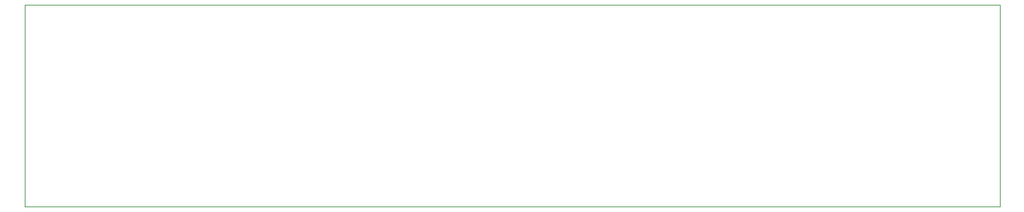
<source format=gbr>
G04 #@! TF.GenerationSoftware,KiCad,Pcbnew,(5.1.10)-1*
G04 #@! TF.CreationDate,2021-09-10T17:11:06+05:30*
G04 #@! TF.ProjectId,RL78-flash-programmer,524c3738-2d66-46c6-9173-682d70726f67,V1.2*
G04 #@! TF.SameCoordinates,Original*
G04 #@! TF.FileFunction,Profile,NP*
%FSLAX46Y46*%
G04 Gerber Fmt 4.6, Leading zero omitted, Abs format (unit mm)*
G04 Created by KiCad (PCBNEW (5.1.10)-1) date 2021-09-10 17:11:06*
%MOMM*%
%LPD*%
G01*
G04 APERTURE LIST*
G04 #@! TA.AperFunction,Profile*
%ADD10C,0.050000*%
G04 #@! TD*
G04 APERTURE END LIST*
D10*
X207264000Y-76200000D02*
X87376000Y-76200000D01*
X87376000Y-51308000D02*
X207264000Y-51308000D01*
X207264000Y-76200000D02*
X207264000Y-51308000D01*
X87376000Y-51308000D02*
X87376000Y-76200000D01*
M02*

</source>
